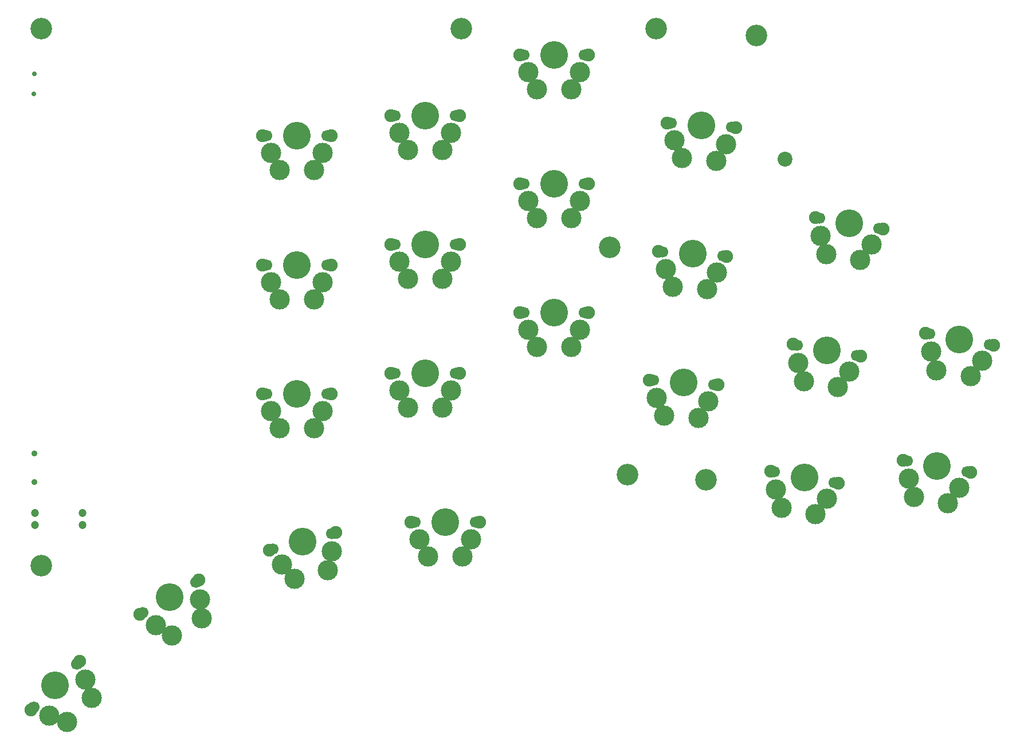
<source format=gbr>
%TF.GenerationSoftware,KiCad,Pcbnew,(6.0.4)*%
%TF.CreationDate,2022-05-03T22:22:58+02:00*%
%TF.ProjectId,klor1_2,6b6c6f72-315f-4322-9e6b-696361645f70,v1.2.0*%
%TF.SameCoordinates,Original*%
%TF.FileFunction,NonPlated,1,2,NPTH,Drill*%
%TF.FilePolarity,Positive*%
%FSLAX46Y46*%
G04 Gerber Fmt 4.6, Leading zero omitted, Abs format (unit mm)*
G04 Created by KiCad (PCBNEW (6.0.4)) date 2022-05-03 22:22:58*
%MOMM*%
%LPD*%
G01*
G04 APERTURE LIST*
%TA.AperFunction,ComponentDrill*%
%ADD10C,0.700000*%
%TD*%
%TA.AperFunction,ComponentDrill*%
%ADD11C,0.900000*%
%TD*%
%TA.AperFunction,ComponentDrill*%
%ADD12C,1.200000*%
%TD*%
%TA.AperFunction,ComponentDrill*%
%ADD13C,1.700000*%
%TD*%
%TA.AperFunction,ComponentDrill*%
%ADD14C,1.900000*%
%TD*%
%TA.AperFunction,ComponentDrill*%
%ADD15C,2.200000*%
%TD*%
%TA.AperFunction,ComponentDrill*%
%ADD16C,3.000000*%
%TD*%
%TA.AperFunction,ComponentDrill*%
%ADD17C,3.200000*%
%TD*%
%TA.AperFunction,ComponentDrill*%
%ADD18C,4.100000*%
%TD*%
G04 APERTURE END LIST*
D10*
%TO.C,PSW1*%
X82251228Y-65426228D03*
X82301228Y-62426228D03*
D11*
%TO.C,RSW1*%
X82310000Y-118535000D03*
X82310000Y-122785000D03*
D12*
%TO.C,J1*%
X82400000Y-127375000D03*
X82400000Y-129125000D03*
X89400000Y-127375000D03*
X89400000Y-129125000D03*
D13*
%TO.C,SW19*%
X82190173Y-156075811D03*
X88554135Y-149711849D03*
%TO.C,SW20*%
X98350040Y-142081736D03*
X106144268Y-137581736D03*
%TO.C,SW1*%
X116567969Y-71602664D03*
%TO.C,SW6*%
X116567969Y-90675260D03*
%TO.C,SW12*%
X116567969Y-109747857D03*
%TO.C,SW21*%
X117550488Y-132743627D03*
%TO.C,SW1*%
X125567969Y-71602664D03*
%TO.C,SW6*%
X125567969Y-90675260D03*
%TO.C,SW12*%
X125567969Y-109747857D03*
%TO.C,SW21*%
X126243820Y-130414255D03*
%TO.C,SW2*%
X135561399Y-68602664D03*
%TO.C,SW7*%
X135561399Y-87675260D03*
%TO.C,SW13*%
X135561399Y-106747857D03*
%TO.C,SW22*%
X138511399Y-128697857D03*
%TO.C,SW2*%
X144561399Y-68602664D03*
%TO.C,SW7*%
X144561399Y-87675260D03*
%TO.C,SW13*%
X144561399Y-106747857D03*
%TO.C,SW22*%
X147511399Y-128697857D03*
%TO.C,SW3*%
X154611399Y-59602664D03*
%TO.C,SW8*%
X154611399Y-78675260D03*
%TO.C,SW14*%
X154611399Y-97747857D03*
%TO.C,SW3*%
X163611399Y-59602664D03*
%TO.C,SW8*%
X163611399Y-78675260D03*
%TO.C,SW14*%
X163611399Y-97747857D03*
%TO.C,SW15*%
X173733116Y-107765250D03*
%TO.C,SW9*%
X175063553Y-88739113D03*
%TO.C,SW4*%
X176393990Y-69712978D03*
%TO.C,SW15*%
X182711192Y-108393058D03*
%TO.C,SW9*%
X184041629Y-89366921D03*
%TO.C,SW4*%
X185372066Y-70340786D03*
%TO.C,SW16*%
X191648508Y-121308979D03*
%TO.C,SW10*%
X194960430Y-102526137D03*
%TO.C,SW5*%
X198272352Y-83743298D03*
%TO.C,SW16*%
X200511778Y-122871813D03*
%TO.C,SW10*%
X203823700Y-104088971D03*
%TO.C,SW5*%
X207135622Y-85306132D03*
%TO.C,SW17*%
X211250746Y-119688249D03*
%TO.C,SW11*%
X214562667Y-100905408D03*
%TO.C,SW17*%
X220114016Y-121251083D03*
%TO.C,SW11*%
X223425937Y-102468242D03*
D14*
%TO.C,SW19*%
X81780052Y-156485932D03*
X88964256Y-149301728D03*
%TO.C,SW20*%
X97847745Y-142371736D03*
X106646563Y-137291736D03*
%TO.C,SW1*%
X115987969Y-71602664D03*
%TO.C,SW6*%
X115987969Y-90675260D03*
%TO.C,SW12*%
X115987969Y-109747857D03*
%TO.C,SW21*%
X116990251Y-132893742D03*
%TO.C,SW1*%
X126147969Y-71602664D03*
%TO.C,SW6*%
X126147969Y-90675260D03*
%TO.C,SW12*%
X126147969Y-109747857D03*
%TO.C,SW21*%
X126804057Y-130264140D03*
%TO.C,SW2*%
X134981399Y-68602664D03*
%TO.C,SW7*%
X134981399Y-87675260D03*
%TO.C,SW13*%
X134981399Y-106747857D03*
%TO.C,SW22*%
X137931399Y-128697857D03*
%TO.C,SW2*%
X145141399Y-68602664D03*
%TO.C,SW7*%
X145141399Y-87675260D03*
%TO.C,SW13*%
X145141399Y-106747857D03*
%TO.C,SW22*%
X148091399Y-128697857D03*
%TO.C,SW3*%
X154031399Y-59602664D03*
%TO.C,SW8*%
X154031399Y-78675260D03*
%TO.C,SW14*%
X154031399Y-97747857D03*
%TO.C,SW3*%
X164191399Y-59602664D03*
%TO.C,SW8*%
X164191399Y-78675260D03*
%TO.C,SW14*%
X164191399Y-97747857D03*
%TO.C,SW15*%
X173154529Y-107724791D03*
%TO.C,SW9*%
X174484966Y-88698654D03*
%TO.C,SW4*%
X175815403Y-69672519D03*
%TO.C,SW15*%
X183289779Y-108433517D03*
%TO.C,SW9*%
X184620216Y-89407380D03*
%TO.C,SW4*%
X185950653Y-70381245D03*
%TO.C,SW16*%
X191077320Y-121208263D03*
%TO.C,SW10*%
X194389242Y-102425421D03*
%TO.C,SW5*%
X197701164Y-83642582D03*
%TO.C,SW16*%
X201082966Y-122972529D03*
%TO.C,SW10*%
X204394888Y-104189687D03*
%TO.C,SW5*%
X207706810Y-85406848D03*
%TO.C,SW17*%
X210679558Y-119587533D03*
%TO.C,SW11*%
X213991479Y-100804692D03*
%TO.C,SW17*%
X220685204Y-121351799D03*
%TO.C,SW11*%
X223997125Y-102568958D03*
D15*
%TO.C,MH9*%
X193250000Y-75050000D03*
D16*
%TO.C,SW19*%
X84474129Y-157383959D03*
X87168205Y-158281984D03*
X89862282Y-151995804D03*
X90760308Y-154689881D03*
%TO.C,SW20*%
X100217598Y-143936441D03*
X102587449Y-145501145D03*
X106816711Y-140126441D03*
X106986859Y-142961145D03*
%TO.C,SW1*%
X117257969Y-74142665D03*
%TO.C,SW6*%
X117257969Y-93215261D03*
%TO.C,SW12*%
X117257969Y-112287858D03*
%TO.C,SW1*%
X118527969Y-76682664D03*
%TO.C,SW6*%
X118527969Y-95755260D03*
%TO.C,SW12*%
X118527969Y-114827857D03*
%TO.C,SW21*%
X118874377Y-135018494D03*
X120758503Y-137143245D03*
%TO.C,SW1*%
X123607969Y-76682664D03*
%TO.C,SW6*%
X123607969Y-95755260D03*
%TO.C,SW12*%
X123607969Y-114827857D03*
%TO.C,SW1*%
X124877969Y-74142664D03*
%TO.C,SW6*%
X124877969Y-93215260D03*
%TO.C,SW12*%
X124877969Y-112287857D03*
%TO.C,SW21*%
X125665406Y-135828444D03*
X126234732Y-133046292D03*
%TO.C,SW2*%
X136251399Y-71142665D03*
%TO.C,SW7*%
X136251399Y-90215261D03*
%TO.C,SW13*%
X136251399Y-109287858D03*
%TO.C,SW2*%
X137521399Y-73682664D03*
%TO.C,SW7*%
X137521399Y-92755260D03*
%TO.C,SW13*%
X137521399Y-111827857D03*
%TO.C,SW22*%
X139201399Y-131237858D03*
X140471399Y-133777857D03*
%TO.C,SW2*%
X142601399Y-73682664D03*
%TO.C,SW7*%
X142601399Y-92755260D03*
%TO.C,SW13*%
X142601399Y-111827857D03*
%TO.C,SW2*%
X143871399Y-71142664D03*
%TO.C,SW7*%
X143871399Y-90215260D03*
%TO.C,SW13*%
X143871399Y-109287857D03*
%TO.C,SW22*%
X145551399Y-133777857D03*
X146821399Y-131237857D03*
%TO.C,SW3*%
X155301399Y-62142665D03*
%TO.C,SW8*%
X155301399Y-81215261D03*
%TO.C,SW14*%
X155301399Y-100287858D03*
%TO.C,SW3*%
X156571399Y-64682664D03*
%TO.C,SW8*%
X156571399Y-83755260D03*
%TO.C,SW14*%
X156571399Y-102827857D03*
%TO.C,SW3*%
X161651399Y-64682664D03*
%TO.C,SW8*%
X161651399Y-83755260D03*
%TO.C,SW14*%
X161651399Y-102827857D03*
%TO.C,SW3*%
X162921399Y-62142664D03*
%TO.C,SW8*%
X162921399Y-81215260D03*
%TO.C,SW14*%
X162921399Y-100287857D03*
%TO.C,SW15*%
X174244253Y-110347196D03*
X175333978Y-112969598D03*
%TO.C,SW9*%
X175574690Y-91321059D03*
X176664415Y-93943461D03*
%TO.C,SW4*%
X176905127Y-72294924D03*
X177994852Y-74917326D03*
%TO.C,SW15*%
X180401604Y-113323961D03*
%TO.C,SW9*%
X181732041Y-94297824D03*
%TO.C,SW15*%
X181845692Y-110878739D03*
%TO.C,SW4*%
X183062478Y-75271689D03*
%TO.C,SW9*%
X183176129Y-91852602D03*
%TO.C,SW4*%
X184506566Y-72826467D03*
%TO.C,SW16*%
X191886959Y-123930209D03*
X192696599Y-126652153D03*
%TO.C,SW10*%
X195198881Y-105147367D03*
X196008521Y-107869311D03*
%TO.C,SW16*%
X197699422Y-127534286D03*
%TO.C,SW5*%
X198510803Y-86364528D03*
X199320443Y-89086472D03*
%TO.C,SW16*%
X199391194Y-125253407D03*
%TO.C,SW10*%
X201011344Y-108751444D03*
X202703116Y-106470565D03*
%TO.C,SW5*%
X204323266Y-89968605D03*
X206015038Y-87687726D03*
%TO.C,SW17*%
X211489197Y-122309479D03*
X212298837Y-125031423D03*
%TO.C,SW11*%
X214801118Y-103526638D03*
X215610758Y-106248582D03*
%TO.C,SW17*%
X217301660Y-125913556D03*
X218993432Y-123632677D03*
%TO.C,SW11*%
X220613581Y-107130715D03*
X222305353Y-104849836D03*
D17*
%TO.C,MH1*%
X83320000Y-55720000D03*
%TO.C,MH6*%
X83320000Y-135150000D03*
%TO.C,MH2*%
X145400000Y-55720000D03*
%TO.C,MH5*%
X167300000Y-88050000D03*
%TO.C,MH7*%
X169950000Y-121710000D03*
%TO.C,MH3*%
X174150000Y-55720000D03*
%TO.C,MH8*%
X181560000Y-122470000D03*
%TO.C,MH4*%
X188990000Y-56730000D03*
D18*
%TO.C,SW19*%
X85372154Y-152893830D03*
%TO.C,SW20*%
X102247154Y-139831736D03*
%TO.C,SW1*%
X121067969Y-71602664D03*
%TO.C,SW6*%
X121067969Y-90675260D03*
%TO.C,SW12*%
X121067969Y-109747857D03*
%TO.C,SW21*%
X121897154Y-131578941D03*
%TO.C,SW2*%
X140061399Y-68602664D03*
%TO.C,SW7*%
X140061399Y-87675260D03*
%TO.C,SW13*%
X140061399Y-106747857D03*
%TO.C,SW22*%
X143011399Y-128697857D03*
%TO.C,SW3*%
X159111399Y-59602664D03*
%TO.C,SW8*%
X159111399Y-78675260D03*
%TO.C,SW14*%
X159111399Y-97747857D03*
%TO.C,SW15*%
X178222154Y-108079154D03*
%TO.C,SW9*%
X179552591Y-89053017D03*
%TO.C,SW4*%
X180883028Y-70026882D03*
%TO.C,SW16*%
X196080143Y-122090396D03*
%TO.C,SW10*%
X199392065Y-103307554D03*
%TO.C,SW5*%
X202703987Y-84524715D03*
%TO.C,SW17*%
X215682381Y-120469666D03*
%TO.C,SW11*%
X218994302Y-101686825D03*
M02*

</source>
